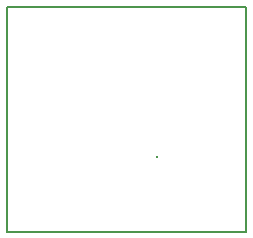
<source format=gbr>
%FSLAX23Y23*%
%MOIN*%
G04 EasyPC Gerber Version 13.0.2 Build 2807 *
%ADD29C,0.00500*%
X0Y0D02*
D02*
D29*
X78Y3D02*
X877D01*
Y753*
X78*
Y3*
X578Y253D02*
X579D01*
Y254*
X578*
Y253*
X0Y0D02*
M02*

</source>
